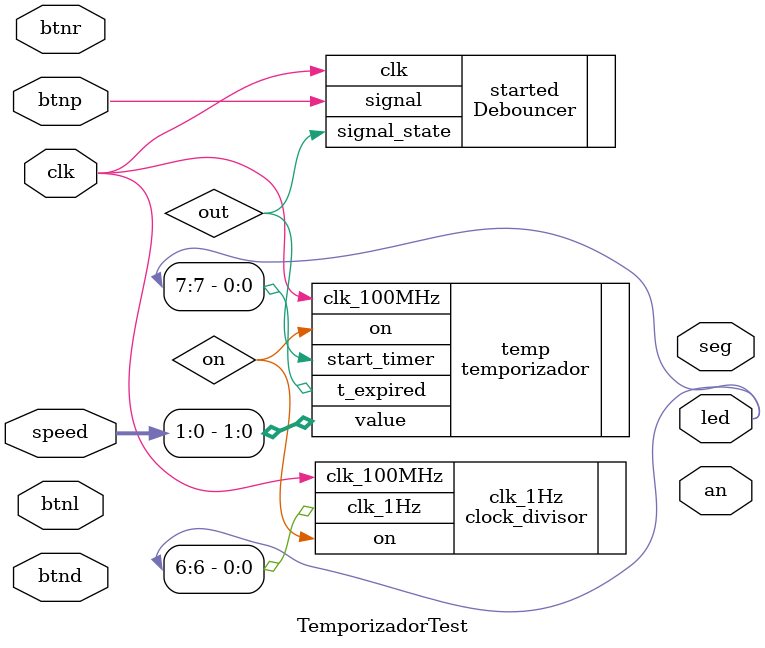
<source format=v>
`timescale 1ns / 1ps
module TemporizadorTest(
	 input clk,
    input btnl,
	 input btnd,
	 input btnr,
	 input btnp,
	 input [3:0] speed,
    output [7:3] led,
	 output [6:0] seg,
	 output [3:0] an
    );
wire out;
wire on;
Debouncer started(
			.clk(clk),
			.signal(btnp),
			.signal_state(out)
	);

temporizador temp(
	.clk_100MHz(clk),
	.value(speed[1:0]),
	.start_timer(out),
	.t_expired(led[7]),	
	.on(on)
);


clock_divisor clk_1Hz(
	.clk_100MHz(clk),
	.clk_1Hz(led[6]),
	.on(on)
 );


endmodule

</source>
